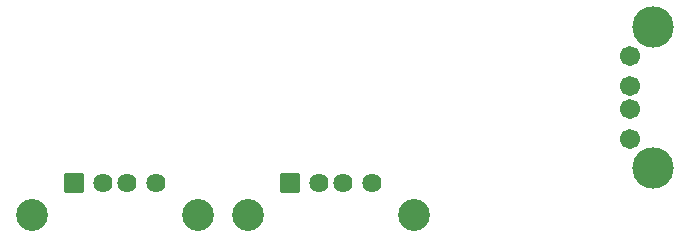
<source format=gbs>
G04 Layer: BottomSolderMaskLayer*
G04 EasyEDA v6.5.42, 2024-05-08 18:12:25*
G04 be8ffc033df6498d868a6c16453b8217,f8c0e07f684e49ff84154c9ab2af1557,10*
G04 Gerber Generator version 0.2*
G04 Scale: 100 percent, Rotated: No, Reflected: No *
G04 Dimensions in millimeters *
G04 leading zeros omitted , absolute positions ,4 integer and 5 decimal *
%FSLAX45Y45*%
%MOMM*%

%AMMACRO1*1,1,$1,$2,$3*1,1,$1,$4,$5*1,1,$1,0-$2,0-$3*1,1,$1,0-$4,0-$5*20,1,$1,$2,$3,$4,$5,0*20,1,$1,$4,$5,0-$2,0-$3,0*20,1,$1,0-$2,0-$3,0-$4,0-$5,0*20,1,$1,0-$4,0-$5,$2,$3,0*4,1,4,$2,$3,$4,$5,0-$2,0-$3,0-$4,0-$5,$2,$3,0*%
%ADD10C,1.7016*%
%ADD11C,3.5016*%
%ADD12C,2.7016*%
%ADD13C,1.6256*%
%ADD14MACRO1,0.1016X-0.762X0.762X0.762X0.762*%

%LPD*%
D10*
G01*
X6973900Y-2164613D03*
G01*
X6973900Y-2414600D03*
G01*
X6973900Y-2614599D03*
G01*
X6973900Y-2864612D03*
D11*
G01*
X7173899Y-1914601D03*
G01*
X7173899Y-3114598D03*
D12*
G01*
X3745001Y-3513696D03*
G01*
X5144998Y-3513696D03*
D13*
G01*
X4794986Y-3242703D03*
G01*
X4544999Y-3242703D03*
G01*
X4345000Y-3242703D03*
D14*
G01*
X4094988Y-3242703D03*
D12*
G01*
X1916201Y-3513696D03*
G01*
X3316198Y-3513696D03*
D13*
G01*
X2966186Y-3242703D03*
G01*
X2716199Y-3242703D03*
G01*
X2516200Y-3242703D03*
D14*
G01*
X2266188Y-3242703D03*
M02*

</source>
